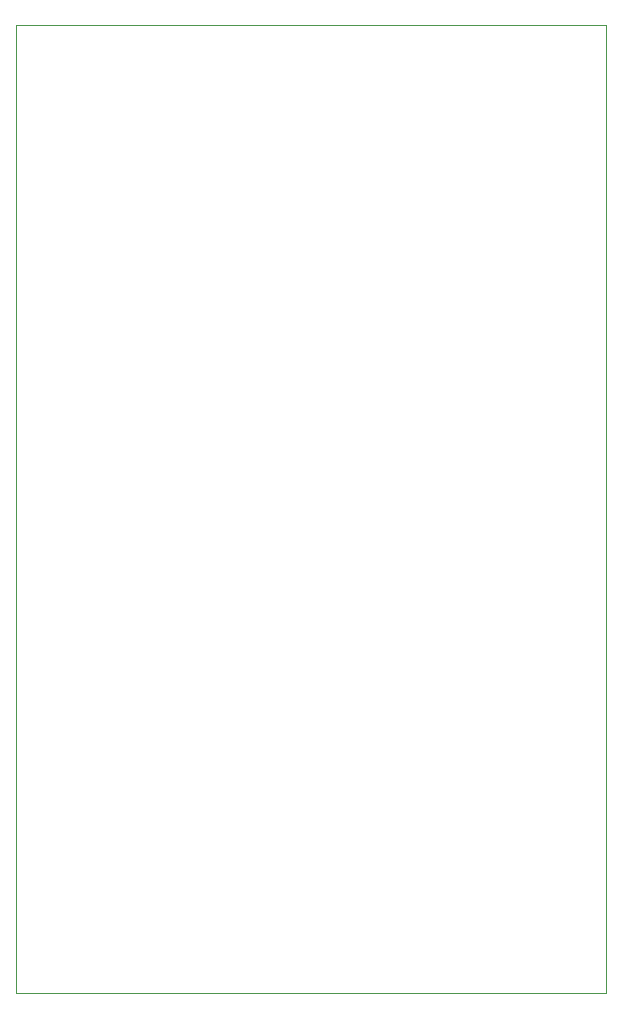
<source format=gbr>
G04 #@! TF.GenerationSoftware,KiCad,Pcbnew,(5.1.9)-1*
G04 #@! TF.CreationDate,2022-01-10T11:00:18-07:00*
G04 #@! TF.ProjectId,RP2040_minimal,52503230-3430-45f6-9d69-6e696d616c2e,REV1*
G04 #@! TF.SameCoordinates,Original*
G04 #@! TF.FileFunction,Legend,Bot*
G04 #@! TF.FilePolarity,Positive*
%FSLAX46Y46*%
G04 Gerber Fmt 4.6, Leading zero omitted, Abs format (unit mm)*
G04 Created by KiCad (PCBNEW (5.1.9)-1) date 2022-01-10 11:00:18*
%MOMM*%
%LPD*%
G01*
G04 APERTURE LIST*
%ADD10C,0.120000*%
G04 APERTURE END LIST*
D10*
X-89410000Y89000000D02*
X-89410000Y7000000D01*
X-39410000Y89000000D02*
X-39410000Y7000000D01*
X-89410000Y7000000D02*
X-39410000Y7000000D01*
X-89410000Y89000000D02*
X-39410000Y89000000D01*
M02*

</source>
